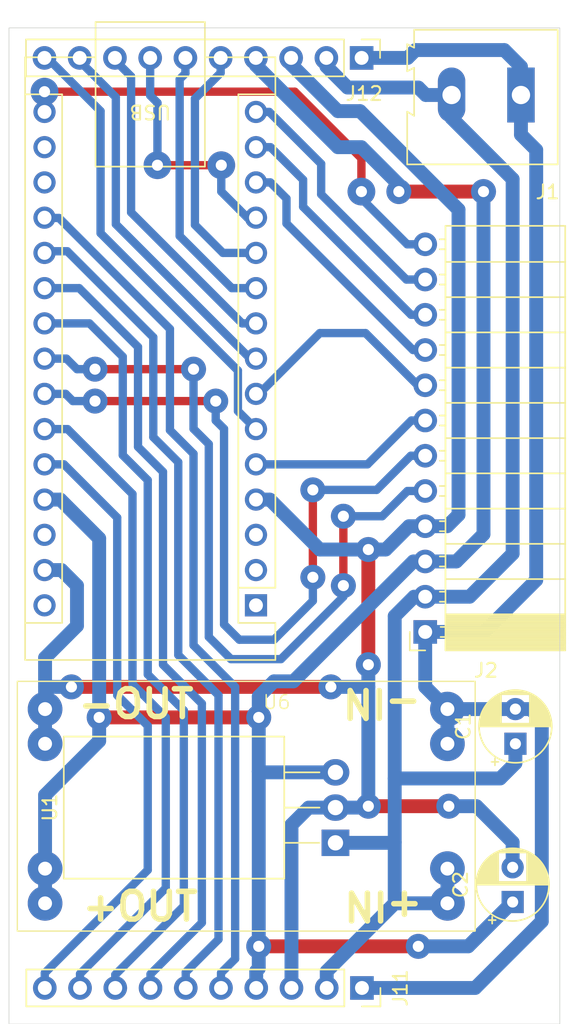
<source format=kicad_pcb>
(kicad_pcb (version 20240108) (generator "pcbnew") (generator_version "8.0")
  (layers (0 "F.Cu" signal) (31 "B.Cu" signal) (34 "B.Paste" user) (35 "F.Paste" user) (36 "B.SilkS" user "B.Silkscreen") (37 "F.SilkS" user "F.Silkscreen") (38 "B.Mask" user) (39 "F.Mask" user) (44 "Edge.Cuts" user))
  (net 0 "")
  (net 1 "/DI3m")
  (net 2 "/SCK")
  (net 3 "/DI1m")
  (net 4 "/RLY0")
  (net 5 "/RLY1")
  (net 6 "/SDA")
  (net 7 "GND")
  (net 8 "/SS")
  (net 9 "/DI0m")
  (net 10 "/MOSI")
  (net 12 "+5V")
  (net 14 "/AI0")
  (net 15 "/MISO")
  (net 18 "/RXm")
  (net 20 "+3.3V")
  (net 21 "/SCL")
  (net 22 "/AI1")
  (net 24 "/DI2m")
  (net 25 "/TXm")
  (net 26 "GND1")
  (net 27 "VDD")
  (net 28 "/PWM1m")
  (net 29 "/PWM3m")
  (net 30 "/PWM2m")
  (net 31 "/PWM0m")
  (footprint "Module:Arduino_Nano" (layer "F.Cu") (at 108.1 90.12 180)
    (property "Reference" "A1" (hide yes))
    (property "Value" "Arduino Nano")
    (fp_text user "USB" (at 7.62 35.56 180) (layer "F.SilkS"))
    (pad "1" thru_hole rect (at 0 0 180) (size 1.6 1.6) (drill 1) (layers "*.Cu" "*.Mask"))
    (pad "2" thru_hole oval (at 0 2.54 180) (size 1.6 1.6) (drill 1) (layers "*.Cu" "*.Mask"))
    (pad "3" thru_hole oval (at 0 5.08 180) (size 1.6 1.6) (drill 1) (layers "*.Cu" "*.Mask"))
    (pad "4" thru_hole oval (at 0 7.62 180) (size 1.6 1.6) (drill 1) (layers "*.Cu" "*.Mask") (net 7 "GND"))
    (pad "5" thru_hole oval (at 0 10.16 180) (size 1.6 1.6) (drill 1) (layers "*.Cu" "*.Mask") (net 18 "/RXm"))
    (pad "6" thru_hole oval (at 0 12.7 180) (size 1.6 1.6) (drill 1) (layers "*.Cu" "*.Mask") (net 31 "/PWM0m"))
    (pad "7" thru_hole oval (at 0 15.24 180) (size 1.6 1.6) (drill 1) (layers "*.Cu" "*.Mask") (net 25 "/TXm"))
    (pad "8" thru_hole oval (at 0 17.78 180) (size 1.6 1.6) (drill 1) (layers "*.Cu" "*.Mask") (net 28 "/PWM1m"))
    (pad "9" thru_hole oval (at 0 20.32 180) (size 1.6 1.6) (drill 1) (layers "*.Cu" "*.Mask") (net 30 "/PWM2m"))
    (pad "10" thru_hole oval (at 0 22.86 180) (size 1.6 1.6) (drill 1) (layers "*.Cu" "*.Mask") (net 4 "/RLY0"))
    (pad "11" thru_hole oval (at 0 25.4 180) (size 1.6 1.6) (drill 1) (layers "*.Cu" "*.Mask") (net 5 "/RLY1"))
    (pad "12" thru_hole oval (at 0 27.94 180) (size 1.6 1.6) (drill 1) (layers "*.Cu" "*.Mask") (net 29 "/PWM3m"))
    (pad "13" thru_hole oval (at 0 30.48 180) (size 1.6 1.6) (drill 1) (layers "*.Cu" "*.Mask") (net 8 "/SS"))
    (pad "14" thru_hole oval (at 0 33.02 180) (size 1.6 1.6) (drill 1) (layers "*.Cu" "*.Mask") (net 10 "/MOSI"))
    (pad "15" thru_hole oval (at 0 35.56 180) (size 1.6 1.6) (drill 1) (layers "*.Cu" "*.Mask") (net 15 "/MISO"))
    (pad "16" thru_hole oval (at 15.24 35.56 180) (size 1.6 1.6) (drill 1) (layers "*.Cu" "*.Mask") (net 2 "/SCK"))
    (pad "17" thru_hole oval (at 15.24 33.02 180) (size 1.6 1.6) (drill 1) (layers "*.Cu" "*.Mask") (net 20 "+3.3V"))
    (pad "18" thru_hole oval (at 15.24 30.48 180) (size 1.6 1.6) (drill 1) (layers "*.Cu" "*.Mask"))
    (pad "19" thru_hole oval (at 15.24 27.94 180) (size 1.6 1.6) (drill 1) (layers "*.Cu" "*.Mask") (net 9 "/DI0m"))
    (pad "20" thru_hole oval (at 15.24 25.4 180) (size 1.6 1.6) (drill 1) (layers "*.Cu" "*.Mask") (net 3 "/DI1m"))
    (pad "21" thru_hole oval (at 15.24 22.86 180) (size 1.6 1.6) (drill 1) (layers "*.Cu" "*.Mask") (net 24 "/DI2m"))
    (pad "22" thru_hole oval (at 15.24 20.32 180) (size 1.6 1.6) (drill 1) (layers "*.Cu" "*.Mask") (net 1 "/DI3m"))
    (pad "23" thru_hole oval (at 15.24 17.78 180) (size 1.6 1.6) (drill 1) (layers "*.Cu" "*.Mask") (net 6 "/SDA"))
    (pad "24" thru_hole oval (at 15.24 15.24 180) (size 1.6 1.6) (drill 1) (layers "*.Cu" "*.Mask") (net 21 "/SCL"))
    (pad "25" thru_hole oval (at 15.24 12.7 180) (size 1.6 1.6) (drill 1) (layers "*.Cu" "*.Mask") (net 22 "/AI1"))
    (pad "26" thru_hole oval (at 15.24 10.16 180) (size 1.6 1.6) (drill 1) (layers "*.Cu" "*.Mask") (net 14 "/AI0"))
    (pad "27" thru_hole oval (at 15.24 7.62 180) (size 1.6 1.6) (drill 1) (layers "*.Cu" "*.Mask") (net 12 "+5V"))
    (pad "28" thru_hole oval (at 15.24 5.08 180) (size 1.6 1.6) (drill 1) (layers "*.Cu" "*.Mask"))
    (pad "29" thru_hole oval (at 15.24 2.54 180) (size 1.6 1.6) (drill 1) (layers "*.Cu" "*.Mask") (net 7 "GND"))
    (pad "30" thru_hole oval (at 15.24 0 180) (size 1.6 1.6) (drill 1) (layers "*.Cu" "*.Mask"))
  )
  (footprint "Capacitor_THT:CP_Radial_D5.0mm_P2.50mm" (layer "F.Cu") (at 126.8 100.1 90)
    (property "Reference" "C1" (at 1.25 -3.75 90) (layer "F.SilkS"))
    (property "Value" "100uF")
    (pad "1" thru_hole rect (at 0 0 90) (size 1.6 1.6) (drill 0.8) (layers "*.Cu" "*.Mask") (net 27 "VDD"))
    (pad "2" thru_hole circle (at 2.5 0 90) (size 1.6 1.6) (drill 0.8) (layers "*.Cu" "*.Mask") (net 26 "GND1"))
  )
  (footprint "Borneras:TerminalBlock_Altech_AK300-2_P5.00mm" (layer "F.Cu") (at 127.2 53.34 180)
    (property "Reference" "J1" (at -1.92 -6.99 0) (layer "F.SilkS"))
    (property "Value" "PWR_IN")
    (pad "1" thru_hole rect (at 0 0 180) (size 1.98 3.96) (drill 1.32) (layers "*.Cu" "*.Mask") (net 26 "GND1"))
    (pad "2" thru_hole oval (at 5 0 180) (size 1.98 3.96) (drill 1.32) (layers "*.Cu" "*.Mask") (net 27 "VDD"))
  )
  (footprint "Connector_PinSocket_2.54mm:PinSocket_1x12_P2.54mm_Horizontal" (layer "F.Cu") (at 120.3 92.04 180)
    (property "Reference" "J2" (at -4.38 -2.77 0) (layer "F.SilkS"))
    (property "Value" "Conn_01x12")
    (pad "1" thru_hole rect (at 0 0 180) (size 1.7 1.7) (drill 1) (layers "*.Cu" "*.Mask") (net 26 "GND1"))
    (pad "2" thru_hole oval (at 0 2.54 180) (size 1.7 1.7) (drill 1) (layers "*.Cu" "*.Mask") (net 27 "VDD"))
    (pad "3" thru_hole oval (at 0 5.08 180) (size 1.7 1.7) (drill 1) (layers "*.Cu" "*.Mask") (net 12 "+5V"))
    (pad "4" thru_hole oval (at 0 7.62 180) (size 1.7 1.7) (drill 1) (layers "*.Cu" "*.Mask") (net 7 "GND"))
    (pad "5" thru_hole oval (at 0 10.16 180) (size 1.7 1.7) (drill 1) (layers "*.Cu" "*.Mask") (net 6 "/SDA"))
    (pad "6" thru_hole oval (at 0 12.7 180) (size 1.7 1.7) (drill 1) (layers "*.Cu" "*.Mask") (net 21 "/SCL"))
    (pad "7" thru_hole oval (at 0 15.24 180) (size 1.7 1.7) (drill 1) (layers "*.Cu" "*.Mask") (net 18 "/RXm"))
    (pad "8" thru_hole oval (at 0 17.78 180) (size 1.7 1.7) (drill 1) (layers "*.Cu" "*.Mask") (net 25 "/TXm"))
    (pad "9" thru_hole oval (at 0 20.32 180) (size 1.7 1.7) (drill 1) (layers "*.Cu" "*.Mask") (net 8 "/SS"))
    (pad "10" thru_hole oval (at 0 22.86 180) (size 1.7 1.7) (drill 1) (layers "*.Cu" "*.Mask") (net 10 "/MOSI"))
    (pad "11" thru_hole oval (at 0 25.4 180) (size 1.7 1.7) (drill 1) (layers "*.Cu" "*.Mask") (net 15 "/MISO"))
    (pad "12" thru_hole oval (at 0 27.94 180) (size 1.7 1.7) (drill 1) (layers "*.Cu" "*.Mask") (net 2 "/SCK"))
  )
  (footprint "Connector_PinHeader_2.54mm:PinHeader_1x10_P2.54mm_Vertical" (layer "F.Cu") (at 115.715 50.665 -90)
    (property "Reference" "J12" (at 2.575 -0.185 0) (layer "F.SilkS"))
    (property "Value" "OUTPUTS")
    (pad "1" thru_hole rect (at 0 0 270) (size 1.7 1.7) (drill 1) (layers "*.Cu" "*.Mask") (net 26 "GND1"))
    (pad "2" thru_hole oval (at 0 2.54 270) (size 1.7 1.7) (drill 1) (layers "*.Cu" "*.Mask") (net 27 "VDD"))
    (pad "3" thru_hole oval (at 0 5.08 270) (size 1.7 1.7) (drill 1) (layers "*.Cu" "*.Mask") (net 7 "GND"))
    (pad "4" thru_hole oval (at 0 7.62 270) (size 1.7 1.7) (drill 1) (layers "*.Cu" "*.Mask") (net 12 "+5V"))
    (pad "5" thru_hole oval (at 0 10.16 270) (size 1.7 1.7) (drill 1) (layers "*.Cu" "*.Mask") (net 5 "/RLY1"))
    (pad "6" thru_hole oval (at 0 12.7 270) (size 1.7 1.7) (drill 1) (layers "*.Cu" "*.Mask") (net 4 "/RLY0"))
    (pad "7" thru_hole oval (at 0 15.24 270) (size 1.7 1.7) (drill 1) (layers "*.Cu" "*.Mask") (net 29 "/PWM3m"))
    (pad "8" thru_hole oval (at 0 17.78 270) (size 1.7 1.7) (drill 1) (layers "*.Cu" "*.Mask") (net 30 "/PWM2m"))
    (pad "9" thru_hole oval (at 0 20.32 270) (size 1.7 1.7) (drill 1) (layers "*.Cu" "*.Mask") (net 28 "/PWM1m"))
    (pad "10" thru_hole oval (at 0 22.86 270) (size 1.7 1.7) (drill 1) (layers "*.Cu" "*.Mask") (net 31 "/PWM0m"))
  )
  (footprint "Capacitor_THT:CP_Radial_D5.0mm_P2.50mm" (layer "F.Cu") (at 126.6 111.505113 90)
    (property "Reference" "C2" (at 1.25 -3.75 90) (layer "F.SilkS"))
    (property "Value" "10uF")
    (pad "1" thru_hole rect (at 0 0 90) (size 1.6 1.6) (drill 0.8) (layers "*.Cu" "*.Mask") (net 12 "+5V"))
    (pad "2" thru_hole circle (at 2.5 0 90) (size 1.6 1.6) (drill 0.8) (layers "*.Cu" "*.Mask") (net 7 "GND"))
  )
  (footprint "Package_TO_SOT_THT:TO-220-3_Horizontal_TabDown" (layer "F.Cu") (at 113.83 107.24 90)
    (property "Reference" "U1" (at 2.54 -20.58 90) (layer "F.SilkS"))
    (property "Value" "L7805")
    (pad "" np_thru_hole oval (at 2.54 -16.66 90) (size 3.5 3.5) (drill 3.5) (layers "*.Cu" "*.Mask"))
    (pad "1" thru_hole rect (at 0 0 90) (size 1.905 2) (drill 1.1) (layers "*.Cu" "*.Mask") (net 27 "VDD"))
    (pad "2" thru_hole oval (at 2.54 0 90) (size 1.905 2) (drill 1.1) (layers "*.Cu" "*.Mask") (net 7 "GND"))
    (pad "3" thru_hole oval (at 5.08 0 90) (size 1.905 2) (drill 1.1) (layers "*.Cu" "*.Mask") (net 12 "+5V"))
  )
  (footprint "Codigo_lib:Mini 560 Pro" (layer "F.Cu") (at 107.4 104.6 180)
    (property "Reference" "U6" (at -2.2 7.5 0) (layer "F.SilkS") (effects (font (thickness 0.1))))
    (property "Value" "+5V")
    (fp_text user "-OUT" (at 12.3 6.2 0) (layer "F.SilkS") (effects (font (size 2 2) (thickness 0.4) (bold yes)) (justify left bottom)))
    (fp_text user "+OUT" (at 12 -8.4 0) (layer "F.SilkS") (effects (font (size 2 2) (thickness 0.4) (bold yes)) (justify left bottom)))
    (fp_text user "-IN" (at -12.8 8.6 180) (layer "F.SilkS") (effects (font (size 2 2) (thickness 0.4) (bold yes)) (justify left bottom)))
    (fp_text user "+IN" (at -12.9 -6 180) (layer "F.SilkS") (effects (font (size 2 2) (thickness 0.4) (bold yes)) (justify left bottom)))
    (pad "1" thru_hole circle (at -14.5 -7 180) (size 2.5 2.5) (drill 1) (layers "*.Cu" "*.Mask") (net 27 "VDD"))
    (pad "1" thru_hole circle (at -14.5 -4.5 180) (size 2.5 2.5) (drill 1) (layers "*.Cu" "*.Mask") (net 27 "VDD"))
    (pad "2" thru_hole circle (at -14.5 4.5 180) (size 2.5 2.5) (drill 1) (layers "*.Cu" "*.Mask") (net 26 "GND1"))
    (pad "2" thru_hole circle (at -14.5 7 180) (size 2.5 2.5) (drill 1) (layers "*.Cu" "*.Mask") (net 26 "GND1"))
    (pad "3" thru_hole circle (at 14.5 -7 180) (size 2.5 2.5) (drill 1) (layers "*.Cu" "*.Mask") (net 12 "+5V"))
    (pad "3" thru_hole circle (at 14.5 -4.5 180) (size 2.5 2.5) (drill 1) (layers "*.Cu" "*.Mask") (net 12 "+5V"))
    (pad "4" thru_hole circle (at 14.5 4.5 180) (size 2.5 2.5) (drill 1) (layers "*.Cu" "*.Mask") (net 7 "GND"))
    (pad "4" thru_hole circle (at 14.5 7 180) (size 2.5 2.5) (drill 1) (layers "*.Cu" "*.Mask") (net 7 "GND"))
  )
  (footprint "Connector_PinSocket_2.54mm:PinSocket_1x10_P2.54mm_Vertical" (layer "F.Cu") (at 115.74 117.7 -90)
    (property "Reference" "J11" (at 0 -2.77 -90) (layer "F.SilkS"))
    (property "Value" "INPUTS")
    (pad "1" thru_hole rect (at 0 0 270) (size 1.7 1.7) (drill 1) (layers "*.Cu" "*.Mask") (net 26 "GND1"))
    (pad "2" thru_hole oval (at 0 2.54 270) (size 1.7 1.7) (drill 1) (layers "*.Cu" "*.Mask") (net 27 "VDD"))
    (pad "3" thru_hole oval (at 0 5.08 270) (size 1.7 1.7) (drill 1) (layers "*.Cu" "*.Mask") (net 7 "GND"))
    (pad "4" thru_hole oval (at 0 7.62 270) (size 1.7 1.7) (drill 1) (layers "*.Cu" "*.Mask") (net 12 "+5V"))
    (pad "5" thru_hole oval (at 0 10.16 270) (size 1.7 1.7) (drill 1) (layers "*.Cu" "*.Mask") (net 9 "/DI0m"))
    (pad "6" thru_hole oval (at 0 12.7 270) (size 1.7 1.7) (drill 1) (layers "*.Cu" "*.Mask") (net 3 "/DI1m"))
    (pad "7" thru_hole oval (at 0 15.24 270) (size 1.7 1.7) (drill 1) (layers "*.Cu" "*.Mask") (net 24 "/DI2m"))
    (pad "8" thru_hole oval (at 0 17.78 270) (size 1.7 1.7) (drill 1) (layers "*.Cu" "*.Mask") (net 1 "/DI3m"))
    (pad "9" thru_hole oval (at 0 20.32 270) (size 1.7 1.7) (drill 1) (layers "*.Cu" "*.Mask") (net 22 "/AI1"))
    (pad "10" thru_hole oval (at 0 22.86 270) (size 1.7 1.7) (drill 1) (layers "*.Cu" "*.Mask") (net 14 "/AI0"))
  )
  (gr_rect (start 90.3 48.5) (end 130 120.3) (stroke (width 0.05)) (fill none) (layer "Edge.Cuts"))
  (segment (start 98.5 72.2) (end 96.1 69.8) (width 0.6) (layer "B.Cu") (net 1))
  (segment (start 102.9 97.7) (end 100.3 95.1) (width 0.6) (layer "B.Cu") (net 1))
  (segment (start 100.3 81.1) (end 98.5 79.3) (width 0.6) (layer "B.Cu") (net 1))
  (segment (start 98.5 79.3) (end 98.5 72.2) (width 0.6) (layer "B.Cu") (net 1))
  (segment (start 97.96 116.74) (end 102.9 111.8) (width 0.6) (layer "B.Cu") (net 1))
  (segment (start 100.3 95.1) (end 100.3 81.1) (width 0.6) (layer "B.Cu") (net 1))
  (segment (start 97.96 117.7) (end 97.96 116.74) (width 0.6) (layer "B.Cu") (net 1))
  (segment (start 96.1 69.8) (end 92.86 69.8) (width 0.6) (layer "B.Cu") (net 1))
  (segment (start 102.9 111.8) (end 102.9 97.7) (width 0.6) (layer "B.Cu") (net 1))
  (segment (start 110.9 53.1) (end 92.86 53.1) (width 0.6) (layer "F.Cu") (net 2))
  (segment (start 115.7 60.3) (end 115.7 57.9) (width 0.6) (layer "F.Cu") (net 2))
  (segment (start 115.7 57.9) (end 110.9 53.1) (width 0.6) (layer "F.Cu") (net 2))
  (via (at 92.86 53.1) (size 2) (drill 0.8) (layers "F.Cu" "B.Cu") (net 2))
  (via (at 115.7 60.3) (size 2) (drill 0.8) (layers "F.Cu" "B.Cu") (net 2))
  (segment (start 119 64.1) (end 120.3 64.1) (width 0.6) (layer "B.Cu") (net 2))
  (segment (start 115.7 60.3) (end 115.7 60.8) (width 0.6) (layer "B.Cu") (net 2))
  (segment (start 115.7 60.8) (end 119 64.1) (width 0.6) (layer "B.Cu") (net 2))
  (segment (start 92.86 53.1) (end 92.86 54.56) (width 0.6) (layer "B.Cu") (net 2))
  (segment (start 100.7 70.8) (end 94.5 64.6) (width 0.6) (layer "B.Cu") (net 3))
  (segment (start 105.4 96.6) (end 102.5 93.7) (width 0.6) (layer "B.Cu") (net 3))
  (segment (start 94.5 64.6) (end 92.98 64.6) (width 0.6) (layer "B.Cu") (net 3))
  (segment (start 102.5 93.7) (end 102.5 79.8) (width 0.6) (layer "B.Cu") (net 3))
  (segment (start 105.4 114.2) (end 105.4 96.6) (width 0.6) (layer "B.Cu") (net 3))
  (segment (start 92.98 64.6) (end 92.86 64.72) (width 1) (layer "B.Cu") (net 3))
  (segment (start 103.04 116.56) (end 105.4 114.2) (width 0.6) (layer "B.Cu") (net 3))
  (segment (start 100.7 78) (end 100.7 70.8) (width 0.6) (layer "B.Cu") (net 3))
  (segment (start 102.5 79.8) (end 100.7 78) (width 0.6) (layer "B.Cu") (net 3))
  (segment (start 103.04 117.7) (end 103.04 116.56) (width 0.6) (layer "B.Cu") (net 3))
  (segment (start 103.015 50.665) (end 103.015 51.785) (width 0.6) (layer "B.Cu") (net 4))
  (segment (start 103.015 51.785) (end 102.6 52.2) (width 0.6) (layer "B.Cu") (net 4))
  (segment (start 102.6 52.2) (end 102.6 63.5) (width 0.6) (layer "B.Cu") (net 4))
  (segment (start 106.36 67.26) (end 108.1 67.26) (width 0.6) (layer "B.Cu") (net 4))
  (segment (start 102.6 63.5) (end 106.36 67.26) (width 0.6) (layer "B.Cu") (net 4))
  (segment (start 105.72 64.72) (end 108.1 64.72) (width 0.6) (layer "B.Cu") (net 5))
  (segment (start 105.555 51.745) (end 103.7 53.6) (width 0.6) (layer "B.Cu") (net 5))
  (segment (start 105.555 50.665) (end 105.555 51.745) (width 0.6) (layer "B.Cu") (net 5))
  (segment (start 103.7 62.7) (end 105.72 64.72) (width 0.6) (layer "B.Cu") (net 5))
  (segment (start 103.7 53.6) (end 103.7 62.7) (width 0.6) (layer "B.Cu") (net 5))
  (segment (start 103.6 73.1) (end 96.5 73.1) (width 0.6) (layer "F.Cu") (net 6))
  (segment (start 114.4 88.7) (end 114.4 83.7) (width 0.6) (layer "F.Cu") (net 6))
  (via (at 114.4 83.7) (size 1.8) (drill 0.8) (layers "F.Cu" "B.Cu") (net 6))
  (via (at 114.4 88.7) (size 1.8) (drill 0.8) (layers "F.Cu" "B.Cu") (net 6))
  (via (at 103.6 73.1) (size 1.8) (drill 0.8) (layers "F.Cu" "B.Cu") (net 6))
  (via (at 96.5 73.1) (size 1.8) (drill 0.8) (layers "F.Cu" "B.Cu") (net 6))
  (segment (start 96.5 73.1) (end 95.2 73.1) (width 0.6) (layer "B.Cu") (net 6))
  (segment (start 106.3 94) (end 104.7 92.4) (width 0.6) (layer "B.Cu") (net 6))
  (segment (start 104.7 92.4) (end 104.7 78.5) (width 0.6) (layer "B.Cu") (net 6))
  (segment (start 95.2 73.1) (end 94.44 72.34) (width 0.6) (layer "B.Cu") (net 6))
  (segment (start 109.9 94) (end 106.3 94) (width 0.6) (layer "B.Cu") (net 6))
  (segment (start 114.4 83.7) (end 117.2 83.7) (width 0.6) (layer "B.Cu") (net 6))
  (segment (start 114.4 88.7) (end 114.4 89.5) (width 0.6) (layer "B.Cu") (net 6))
  (segment (start 114.4 89.5) (end 109.9 94) (width 0.6) (layer "B.Cu") (net 6))
  (segment (start 103.6 77.4) (end 103.6 73.1) (width 0.6) (layer "B.Cu") (net 6))
  (segment (start 117.2 83.7) (end 119.02 81.88) (width 0.6) (layer "B.Cu") (net 6))
  (segment (start 119.02 81.88) (end 120.3 81.88) (width 0.6) (layer "B.Cu") (net 6))
  (segment (start 104.7 78.5) (end 103.6 77.4) (width 0.6) (layer "B.Cu") (net 6))
  (segment (start 94.44 72.34) (end 92.86 72.34) (width 0.6) (layer "B.Cu") (net 6))
  (segment (start 116.2 86.1) (end 116.2 94.4) (width 1) (layer "F.Cu") (net 7))
  (segment (start 116.2 104.6) (end 122 104.6) (width 1) (layer "F.Cu") (net 7))
  (segment (start 94.8 96) (end 113.5 96) (width 1) (layer "F.Cu") (net 7))
  (via (at 113.5 96) (size 1.8) (drill 0.8) (layers "F.Cu" "B.Cu") (net 7))
  (via (at 94.8 96) (size 1.8) (drill 0.8) (layers "F.Cu" "B.Cu") (net 7))
  (via (at 116.2 86.1) (size 1.8) (drill 0.8) (layers "F.Cu" "B.Cu") (net 7))
  (via (at 116.2 104.6) (size 1.8) (drill 0.8) (layers "F.Cu" "B.Cu") (net 7))
  (via (at 116.2 94.4) (size 1.8) (drill 0.8) (layers "F.Cu" "B.Cu") (net 7))
  (via (at 122 104.6) (size 1.8) (drill 0.8) (layers "F.Cu" "B.Cu") (net 7))
  (segment (start 117.45 86.1) (end 119.13 84.42) (width 1) (layer "B.Cu") (net 7))
  (segment (start 116.2 104.7) (end 113.83 104.7) (width 1) (layer "B.Cu") (net 7))
  (segment (start 94.08 87.58) (end 92.86 87.58) (width 1) (layer "B.Cu") (net 7))
  (segment (start 112.7 86.1) (end 116.2 86.1) (width 1) (layer "B.Cu") (net 7))
  (segment (start 108.1 82.5) (end 109.1 82.5) (width 1) (layer "B.Cu") (net 7))
  (segment (start 119.13 84.42) (end 120.3 84.42) (width 1) (layer "B.Cu") (net 7))
  (segment (start 113.83 104.7) (end 111.9 104.7) (width 1) (layer "B.Cu") (net 7))
  (segment (start 120.3 84.42) (end 121.88 84.42) (width 1) (layer "B.Cu") (net 7))
  (segment (start 110.66 105.94) (end 110.66 117.7) (width 1) (layer "B.Cu") (net 7))
  (segment (start 92.9 97.6) (end 92.9 96) (width 1) (layer "B.Cu") (net 7))
  (segment (start 114 54.5) (end 110.635 51.135) (width 1) (layer "B.Cu") (net 7))
  (segment (start 116.2 96) (end 116.2 104.6) (width 1) (layer "B.Cu") (net 7))
  (segment (start 121.88 84.42) (end 122.7 83.6) (width 1) (layer "B.Cu") (net 7))
  (segment (start 95.2 88.7) (end 94.08 87.58) (width 1) (layer "B.Cu") (net 7))
  (segment (start 122.7 83.6) (end 122.7 61.6) (width 1) (layer "B.Cu") (net 7))
  (segment (start 115.6 54.5) (end 114 54.5) (width 1) (layer "B.Cu") (net 7))
  (segment (start 122.7 61.6) (end 115.6 54.5) (width 1) (layer "B.Cu") (net 7))
  (segment (start 92.9 96) (end 92.9 93.9) (width 1) (layer "B.Cu") (net 7))
  (segment (start 116.2 94.4) (end 116.2 96) (width 1) (layer "B.Cu") (net 7))
  (segment (start 111.9 104.7) (end 110.66 105.94) (width 1) (layer "B.Cu") (net 7))
  (segment (start 109.1 82.5) (end 112.7 86.1) (width 1) (layer "B.Cu") (net 7))
  (segment (start 116.2 86.1) (end 117.45 86.1) (width 1) (layer "B.Cu") (net 7))
  (segment (start 124 104.6) (end 126.6 107.2) (width 1) (layer "B.Cu") (net 7))
  (segment (start 95.2 91.6) (end 95.2 88.7) (width 1) (layer "B.Cu") (net 7))
  (segment (start 113.5 96) (end 116.2 96) (width 1) (layer "B.Cu") (net 7))
  (segment (start 110.635 51.135) (end 110.635 50.665) (width 1) (layer "B.Cu") (net 7))
  (segment (start 116.2 104.6) (end 116.2 104.7) (width 1) (layer "B.Cu") (net 7))
  (segment (start 92.9 96) (end 94.8 96) (width 1) (layer "B.Cu") (net 7))
  (segment (start 122 104.6) (end 124 104.6) (width 1) (layer "B.Cu") (net 7))
  (segment (start 92.9 100.1) (end 92.9 97.6) (width 1) (layer "B.Cu") (net 7))
  (segment (start 126.6 107.2) (end 126.6 109.005113) (width 1) (layer "B.Cu") (net 7))
  (segment (start 92.9 93.9) (end 95.2 91.6) (width 1) (layer "B.Cu") (net 7))
  (segment (start 109.14 59.64) (end 110.3 60.8) (width 0.6) (layer "B.Cu") (net 8))
  (segment (start 110.3 62.6) (end 119.42 71.72) (width 0.6) (layer "B.Cu") (net 8))
  (segment (start 108.1 59.64) (end 109.14 59.64) (width 0.6) (layer "B.Cu") (net 8))
  (segment (start 119.42 71.72) (end 120.3 71.72) (width 0.6) (layer "B.Cu") (net 8))
  (segment (start 110.3 60.8) (end 110.3 62.6) (width 0.6) (layer "B.Cu") (net 8))
  (segment (start 103.6 79.2) (end 103.6 93) (width 0.6) (layer "B.Cu") (net 9))
  (segment (start 101.9 70.2) (end 101.9 77.5) (width 0.6) (layer "B.Cu") (net 9))
  (segment (start 93.9 62.2) (end 101.9 70.2) (width 0.6) (layer "B.Cu") (net 9))
  (segment (start 106.6 96) (end 106.6 115.6) (width 0.6) (layer "B.Cu") (net 9))
  (segment (start 92.86 62.18) (end 92.88 62.2) (width 0.6) (layer "B.Cu") (net 9))
  (segment (start 105.58 116.62) (end 105.58 117.7) (width 0.6) (layer "B.Cu") (net 9))
  (segment (start 106.6 115.6) (end 105.58 116.62) (width 0.6) (layer "B.Cu") (net 9))
  (segment (start 103.6 93) (end 106.6 96) (width 0.6) (layer "B.Cu") (net 9))
  (segment (start 92.88 62.2) (end 93.9 62.2) (width 0.6) (layer "B.Cu") (net 9))
  (segment (start 101.9 77.5) (end 103.6 79.2) (width 0.6) (layer "B.Cu") (net 9))
  (segment (start 111.5 61.4) (end 119.28 69.18) (width 0.6) (layer "B.Cu") (net 10))
  (segment (start 119.28 69.18) (end 120.3 69.18) (width 0.6) (layer "B.Cu") (net 10))
  (segment (start 109.15 57.1) (end 111.5 59.45) (width 0.6) (layer "B.Cu") (net 10))
  (segment (start 108.1 57.1) (end 109.15 57.1) (width 0.6) (layer "B.Cu") (net 10))
  (segment (start 111.5 59.45) (end 111.5 61.4) (width 0.6) (layer "B.Cu") (net 10))
  (segment (start 124.5 60.3) (end 118.4 60.3) (width 1) (layer "F.Cu") (net 12))
  (segment (start 96.8 98.2) (end 108.3 98.2) (width 1) (layer "F.Cu") (net 12))
  (segment (start 119.8 114.7) (end 108.3 114.7) (width 1) (layer "F.Cu") (net 12))
  (via (at 124.5 60.3) (size 1.8) (drill 0.8) (layers "F.Cu" "B.Cu") (net 12))
  (via (at 108.3 98.2) (size 1.8) (drill 0.8) (layers "F.Cu" "B.Cu") (net 12))
  (via (at 108.3 114.7) (size 1.8) (drill 0.8) (layers "F.Cu" "B.Cu") (net 12))
  (via (at 96.8 98.2) (size 1.8) (drill 0.8) (layers "F.Cu" "B.Cu") (net 12))
  (via (at 118.4 60.3) (size 1.8) (drill 0.8) (layers "F.Cu" "B.Cu") (net 12))
  (via (at 119.8 114.7) (size 1.8) (drill 0.8) (layers "F.Cu" "B.Cu") (net 12))
  (segment (start 124.5 85) (end 122.54 86.96) (width 1) (layer "B.Cu") (net 12))
  (segment (start 94 82.5) (end 92.86 82.5) (width 1) (layer "B.Cu") (net 12))
  (segment (start 96.8 99.9) (end 96.8 98.2) (width 1) (layer "B.Cu") (net 12))
  (segment (start 108.3 114.7) (end 108.3 116.3) (width 1) (layer "B.Cu") (net 12))
  (segment (start 92.9 111.6) (end 92.9 109.1) (width 1) (layer "B.Cu") (net 12))
  (segment (start 110.8 95.6) (end 119.44 86.96) (width 1) (layer "B.Cu") (net 12))
  (segment (start 108.36 102.16) (end 108.3 102.1) (width 1) (layer "B.Cu") (net 12))
  (segment (start 119.44 86.96) (end 120.3 86.96) (width 1) (layer "B.Cu") (net 12))
  (segment (start 114 57.1) (end 115.7 57.1) (width 1) (layer "B.Cu") (net 12))
  (segment (start 118.4 59.8) (end 118.4 60.3) (width 1) (layer "B.Cu") (net 12))
  (segment (start 124.5 60.3) (end 124.5 85) (width 1) (layer "B.Cu") (net 12))
  (segment (start 108.095 50.665) (end 108.095 51.195) (width 1) (layer "B.Cu") (net 12))
  (segment (start 126.6 111.505113) (end 126.594887 111.505113) (width 1) (layer "B.Cu") (net 12))
  (segment (start 96.8 98.2) (end 96.8 85.3) (width 1) (layer "B.Cu") (net 12))
  (segment (start 108.12 116.48) (end 108.12 117.7) (width 1) (layer "B.Cu") (net 12))
  (segment (start 108.3 116.3) (end 108.12 116.48) (width 1) (layer "B.Cu") (net 12))
  (segment (start 122.54 86.96) (end 120.3 86.96) (width 1) (layer "B.Cu") (net 12))
  (segment (start 109.4 95.6) (end 110.8 95.6) (width 1) (layer "B.Cu") (net 12))
  (segment (start 108.3 96.7) (end 109.4 95.6) (width 1) (layer "B.Cu") (net 12))
  (segment (start 108.3 98.2) (end 108.3 102.1) (width 1) (layer "B.Cu") (net 12))
  (segment (start 113.83 102.16) (end 108.36 102.16) (width 1) (layer "B.Cu") (net 12))
  (segment (start 123.4 114.7) (end 119.8 114.7) (width 1) (layer "B.Cu") (net 12))
  (segment (start 92.9 103.8) (end 96.8 99.9) (width 1) (layer "B.Cu") (net 12))
  (segment (start 108.3 114.7) (end 108.3 102.1) (width 1) (layer "B.Cu") (net 12))
  (segment (start 92.9 109.1) (end 92.9 103.8) (width 1) (layer "B.Cu") (net 12))
  (segment (start 115.7 57.1) (end 118.4 59.8) (width 1) (layer "B.Cu") (net 12))
  (segment (start 126.594887 111.505113) (end 124 114.1) (width 1) (layer "B.Cu") (net 12))
  (segment (start 108.095 51.195) (end 114 57.1) (width 1) (layer "B.Cu") (net 12))
  (segment (start 108.3 98.2) (end 108.3 96.7) (width 1) (layer "B.Cu") (net 12))
  (segment (start 96.8 85.3) (end 94 82.5) (width 1) (layer "B.Cu") (net 12))
  (segment (start 124 114.1) (end 123.4 114.7) (width 1) (layer "B.Cu") (net 12))
  (segment (start 100.3 98.8) (end 100.3 109.2) (width 0.6) (layer "B.Cu") (net 14))
  (segment (start 92.86 79.96) (end 94.26 79.96) (width 0.6) (layer "B.Cu") (net 14))
  (segment (start 98.1 83.8) (end 98.1 96.6) (width 0.6) (layer "B.Cu") (net 14))
  (segment (start 94.26 79.96) (end 98.1 83.8) (width 0.6) (layer "B.Cu") (net 14))
  (segment (start 92.88 116.62) (end 92.88 117.7) (width 0.6) (layer "B.Cu") (net 14))
  (segment (start 100.3 109.2) (end 92.88 116.62) (width 0.6) (layer "B.Cu") (net 14))
  (segment (start 98.1 96.6) (end 100.3 98.8) (width 0.6) (layer "B.Cu") (net 14))
  (segment (start 112.8 58.3) (end 112.8 60.5) (width 0.6) (layer "B.Cu") (net 15))
  (segment (start 108.1 54.56) (end 109.06 54.56) (width 0.6) (layer "B.Cu") (net 15))
  (segment (start 112.8 60.5) (end 118.94 66.64) (width 0.6) (layer "B.Cu") (net 15))
  (segment (start 118.94 66.64) (end 120.3 66.64) (width 0.6) (layer "B.Cu") (net 15))
  (segment (start 109.06 54.56) (end 112.8 58.3) (width 0.6) (layer "B.Cu") (net 15))
  (segment (start 116.14 79.96) (end 119.3 76.8) (width 0.6) (layer "B.Cu") (net 18))
  (segment (start 119.3 76.8) (end 120.3 76.8) (width 0.6) (layer "B.Cu") (net 18))
  (segment (start 108.1 79.96) (end 116.14 79.96) (width 0.6) (layer "B.Cu") (net 18))
  (segment (start 112.2 88.1) (end 112.2 81.8) (width 0.6) (layer "F.Cu") (net 21))
  (segment (start 105.2 75.4) (end 96.5 75.4) (width 0.6) (layer "F.Cu") (net 21))
  (via (at 112.2 81.8) (size 1.8) (drill 0.8) (layers "F.Cu" "B.Cu") (net 21))
  (via (at 96.5 75.4) (size 1.8) (drill 0.8) (layers "F.Cu" "B.Cu") (net 21))
  (via (at 112.2 88.1) (size 1.8) (drill 0.8) (layers "F.Cu" "B.Cu") (net 21))
  (via (at 105.2 75.4) (size 1.8) (drill 0.8) (layers "F.Cu" "B.Cu") (net 21))
  (segment (start 94.9 75.4) (end 94.38 74.88) (width 0.6) (layer "B.Cu") (net 21))
  (segment (start 109.4 92.6) (end 106.9 92.6) (width 0.6) (layer "B.Cu") (net 21))
  (segment (start 105.2 76.8) (end 105.2 75.4) (width 0.6) (layer "B.Cu") (net 21))
  (segment (start 105.8 91.5) (end 105.8 77.4) (width 0.6) (layer "B.Cu") (net 21))
  (segment (start 112.2 88.1) (end 112.2 89.8) (width 0.6) (layer "B.Cu") (net 21))
  (segment (start 112.2 89.8) (end 109.4 92.6) (width 0.6) (layer "B.Cu") (net 21))
  (segment (start 116.8 81.8) (end 119.26 79.34) (width 0.6) (layer "B.Cu") (net 21))
  (segment (start 106.9 92.6) (end 105.8 91.5) (width 0.6) (layer "B.Cu") (net 21))
  (segment (start 119.26 79.34) (end 120.3 79.34) (width 0.6) (layer "B.Cu") (net 21))
  (segment (start 112.2 81.8) (end 116.8 81.8) (width 0.6) (layer "B.Cu") (net 21))
  (segment (start 105.8 77.4) (end 105.2 76.8) (width 0.6) (layer "B.Cu") (net 21))
  (segment (start 96.5 75.4) (end 94.9 75.4) (width 0.6) (layer "B.Cu") (net 21))
  (segment (start 94.38 74.88) (end 92.86 74.88) (width 0.6) (layer "B.Cu") (net 21))
  (segment (start 101.6 110.5) (end 95.42 116.68) (width 0.6) (layer "B.Cu") (net 22))
  (segment (start 99.2 82.1) (end 99.2 95.8) (width 0.6) (layer "B.Cu") (net 22))
  (segment (start 95.42 116.68) (end 95.42 117.7) (width 0.6) (layer "B.Cu") (net 22))
  (segment (start 92.86 77.42) (end 94.52 77.42) (width 0.6) (layer "B.Cu") (net 22))
  (segment (start 101.6 98.2) (end 101.6 110.5) (width 0.6) (layer "B.Cu") (net 22))
  (segment (start 99.2 95.8) (end 101.6 98.2) (width 0.6) (layer "B.Cu") (net 22))
  (segment (start 94.52 77.42) (end 99.2 82.1) (width 0.6) (layer "B.Cu") (net 22))
  (segment (start 99.6 78.7) (end 99.6 71.5) (width 0.6) (layer "B.Cu") (net 24))
  (segment (start 104.2 113) (end 104.2 97.2) (width 0.6) (layer "B.Cu") (net 24))
  (segment (start 104.2 97.2) (end 101.4 94.4) (width 0.6) (layer "B.Cu") (net 24))
  (segment (start 100.5 117.7) (end 100.5 116.7) (width 0.6) (layer "B.Cu") (net 24))
  (segment (start 101.4 80.5) (end 99.6 78.7) (width 0.6) (layer "B.Cu") (net 24))
  (segment (start 101.4 94.4) (end 101.4 80.5) (width 0.6) (layer "B.Cu") (net 24))
  (segment (start 99.6 71.5) (end 95.36 67.26) (width 0.6) (layer "B.Cu") (net 24))
  (segment (start 100.5 116.7) (end 104.2 113) (width 0.6) (layer "B.Cu") (net 24))
  (segment (start 95.36 67.26) (end 92.86 67.26) (width 0.6) (layer "B.Cu") (net 24))
  (segment (start 108.1 74.88) (end 108.32 74.88) (width 0.6) (layer "B.Cu") (net 25))
  (segment (start 116 70.5) (end 119.76 74.26) (width 0.6) (layer "B.Cu") (net 25))
  (segment (start 108.32 74.88) (end 112.7 70.5) (width 0.6) (layer "B.Cu") (net 25))
  (segment (start 119.76 74.26) (end 120.3 74.26) (width 0.6) (layer "B.Cu") (net 25))
  (segment (start 112.7 70.5) (end 116 70.5) (width 0.6) (layer "B.Cu") (net 25))
  (segment (start 128.7 98.4) (end 128.7 112.9) (width 1) (layer "B.Cu") (net 26))
  (segment (start 127.2 51.3) (end 127.2 53.34) (width 1) (layer "B.Cu") (net 26))
  (segment (start 126 50.1) (end 127.2 51.3) (width 1) (layer "B.Cu") (net 26))
  (segment (start 119.035 50.665) (end 119.6 50.1) (width 1) (layer "B.Cu") (net 26))
  (segment (start 120.3 96) (end 121.9 97.6) (width 1) (layer "B.Cu") (net 26))
  (segment (start 120.3 92.04) (end 120.3 96) (width 1) (layer "B.Cu") (net 26))
  (segment (start 119.6 50.1) (end 126 50.1) (width 1) (layer "B.Cu") (net 26))
  (segment (start 127.2 56.2) (end 128.3 57.3) (width 1) (layer "B.Cu") (net 26))
  (segment (start 124.56 92.04) (end 120.3 92.04) (width 1) (layer "B.Cu") (net 26))
  (segment (start 121.9 97.6) (end 121.9 100.1) (width 1) (layer "B.Cu") (net 26))
  (segment (start 126.8 97.6) (end 127.9 97.6) (width 1) (layer "B.Cu") (net 26))
  (segment (start 127.2 53.34) (end 127.2 56.2) (width 1) (layer "B.Cu") (net 26))
  (segment (start 121.9 97.6) (end 126.8 97.6) (width 1) (layer "B.Cu") (net 26))
  (segment (start 123.9 117.7) (end 115.74 117.7) (width 1) (layer "B.Cu") (net 26))
  (segment (start 127.9 97.6) (end 128.7 98.4) (width 1) (layer "B.Cu") (net 26))
  (segment (start 128.7 112.9) (end 123.9 117.7) (width 1) (layer "B.Cu") (net 26))
  (segment (start 128.3 57.3) (end 128.3 88.3) (width 1) (layer "B.Cu") (net 26))
  (segment (start 128.3 88.3) (end 124.56 92.04) (width 1) (layer "B.Cu") (net 26))
  (segment (start 115.715 50.665) (end 119.035 50.665) (width 1) (layer "B.Cu") (net 26))
  (segment (start 126.8 100.1) (end 126.8 101.5) (width 1) (layer "B.Cu") (net 27))
  (segment (start 118.1 102.6) (end 118.1 107.2) (width 1) (layer "B.Cu") (net 27))
  (segment (start 118.1 107.2) (end 118.1 111.6) (width 1) (layer "B.Cu") (net 27))
  (segment (start 119.5 89.5) (end 118.1 90.9) (width 1) (layer "B.Cu") (net 27))
  (segment (start 126.8 101.5) (end 125.7 102.6) (width 1) (layer "B.Cu") (net 27))
  (segment (start 113.83 107.24) (end 118.06 107.24) (width 1) (layer "B.Cu") (net 27))
  (segment (start 113.175 51.275) (end 113.175 50.665) (width 1) (layer "B.Cu") (net 27))
  (segment (start 114.7 52.8) (end 113.175 51.275) (width 1) (layer "B.Cu") (net 27))
  (segment (start 123.5 89.5) (end 126.6 86.4) (width 1) (layer "B.Cu") (net 27))
  (segment (start 122.2 53.34) (end 120.34 53.34) (width 1) (layer "B.Cu") (net 27))
  (segment (start 125.7 102.6) (end 118.1 102.6) (width 1) (layer "B.Cu") (net 27))
  (segment (start 120.3 89.5) (end 119.5 89.5) (width 1) (layer "B.Cu") (net 27))
  (segment (start 118.1 90.9) (end 118.1 102.6) (width 1) (layer "B.Cu") (net 27))
  (segment (start 126.6 86.4) (end 126.6 59.4) (width 1) (layer "B.Cu") (net 27))
  (segment (start 118.1 111.6) (end 121.9 111.6) (width 1) (layer "B.Cu") (net 27))
  (segment (start 118.06 107.24) (end 118.1 107.2) (width 1) (layer "B.Cu") (net 27))
  (segment (start 126.6 59.4) (end 122.2 55) (width 1) (layer "B.Cu") (net 27))
  (segment (start 122.2 55) (end 122.2 53.34) (width 1) (layer "B.Cu") (net 27))
  (segment (start 120.3 89.5) (end 123.5 89.5) (width 1) (layer "B.Cu") (net 27))
  (segment (start 120.34 53.34) (end 119.8 52.8) (width 1) (layer "B.Cu") (net 27))
  (segment (start 113.2 116.5) (end 113.2 117.7) (width 1) (layer "B.Cu") (net 27))
  (segment (start 118.1 111.6) (end 113.2 116.5) (width 1) (layer "B.Cu") (net 27))
  (segment (start 119.8 52.8) (end 114.7 52.8) (width 1) (layer "B.Cu") (net 27))
  (segment (start 121.9 111.6) (end 121.9 109.1) (width 1) (layer "B.Cu") (net 27))
  (segment (start 95.395 50.895) (end 98 53.5) (width 0.6) (layer "B.Cu") (net 28))
  (segment (start 107.69 72.34) (end 108.1 72.34) (width 0.6) (layer "B.Cu") (net 28))
  (segment (start 95.395 50.665) (end 95.395 50.895) (width 0.6) (layer "B.Cu") (net 28))
  (segment (start 98 62.65) (end 107.69 72.34) (width 0.6) (layer "B.Cu") (net 28))
  (segment (start 98 53.5) (end 98 62.65) (width 0.6) (layer "B.Cu") (net 28))
  (segment (start 105.6 58.4) (end 101 58.4) (width 0.6) (layer "F.Cu") (net 29))
  (via (at 105.6 58.4) (size 2) (drill 0.8) (layers "F.Cu" "B.Cu") (net 29))
  (via (at 101 58.4) (size 2) (drill 0.8) (layers "F.Cu" "B.Cu") (net 29))
  (segment (start 101 58.4) (end 101 53.9) (width 0.6) (layer "B.Cu") (net 29))
  (segment (start 106.9 61.6) (end 105.6 60.3) (width 0.6) (layer "B.Cu") (net 29))
  (segment (start 100.475 53.375) (end 100.475 50.665) (width 0.6) (layer "B.Cu") (net 29))
  (segment (start 107.48 62.18) (end 106.9 61.6) (width 0.6) (layer "B.Cu") (net 29))
  (segment (start 101 53.9) (end 100.475 53.375) (width 0.6) (layer "B.Cu") (net 29))
  (segment (start 108.1 62.18) (end 107.48 62.18) (width 0.6) (layer "B.Cu") (net 29))
  (segment (start 105.6 60.3) (end 105.6 58.4) (width 0.6) (layer "B.Cu") (net 29))
  (segment (start 107.1 69.8) (end 99.1 61.8) (width 0.6) (layer "B.Cu") (net 30))
  (segment (start 97.935 50.835) (end 97.935 50.665) (width 0.6) (layer "B.Cu") (net 30))
  (segment (start 108.1 69.8) (end 107.1 69.8) (width 0.6) (layer "B.Cu") (net 30))
  (segment (start 99.1 61.8) (end 99.1 52) (width 0.6) (layer "B.Cu") (net 30))
  (segment (start 99.1 52) (end 97.935 50.835) (width 0.6) (layer "B.Cu") (net 30))
  (segment (start 93.065 50.665) (end 96.9 54.5) (width 0.6) (layer "B.Cu") (net 31))
  (segment (start 106.8 73.2) (end 106.8 76.12) (width 0.6) (layer "B.Cu") (net 31))
  (segment (start 96.9 63.3) (end 106.8 73.2) (width 0.6) (layer "B.Cu") (net 31))
  (segment (start 106.8 76.12) (end 108.1 77.42) (width 0.6) (layer "B.Cu") (net 31))
  (segment (start 96.9 54.5) (end 96.9 63.3) (width 0.6) (layer "B.Cu") (net 31))
  (segment (start 92.855 50.665) (end 93.065 50.665) (width 0.6) (layer "B.Cu") (net 31))
)
</source>
